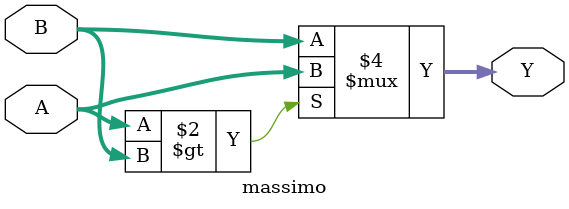
<source format=v>
module massimo(A,B,Y);
	input wire [3:0] A,B;
	output reg [3:0] Y;
	
	always @(A,B) begin
		if (A>B) Y <= A;
		else Y <= B;
	end
endmodule
</source>
